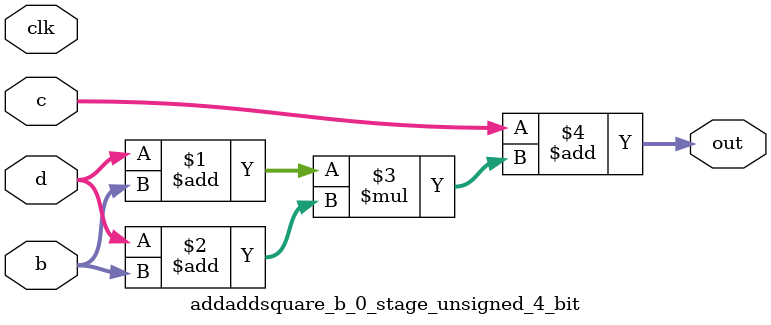
<source format=sv>
(* use_dsp = "yes" *) module addaddsquare_b_0_stage_unsigned_4_bit(
	input  [3:0] b,
	input  [3:0] c,
	input  [3:0] d,
	output [3:0] out,
	input clk);

	assign out = c + ((d + b) * (d + b));
endmodule

</source>
